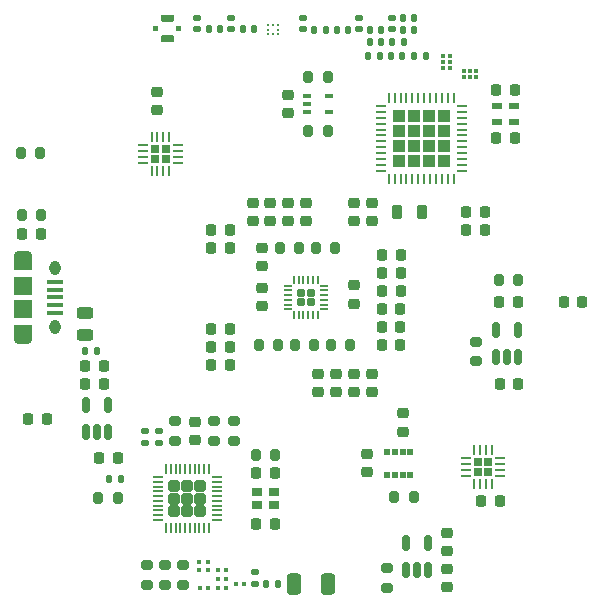
<source format=gbp>
G04 #@! TF.GenerationSoftware,KiCad,Pcbnew,8.0.0*
G04 #@! TF.CreationDate,2024-03-25T13:12:05-04:00*
G04 #@! TF.ProjectId,_Sub_HW_Qcopter,5f537562-5f48-4575-9f51-636f70746572,rev?*
G04 #@! TF.SameCoordinates,PX9157080PYf23bb80*
G04 #@! TF.FileFunction,Paste,Bot*
G04 #@! TF.FilePolarity,Positive*
%FSLAX46Y46*%
G04 Gerber Fmt 4.6, Leading zero omitted, Abs format (unit mm)*
G04 Created by KiCad (PCBNEW 8.0.0) date 2024-03-25 13:12:05*
%MOMM*%
%LPD*%
G01*
G04 APERTURE LIST*
G04 Aperture macros list*
%AMRoundRect*
0 Rectangle with rounded corners*
0 $1 Rounding radius*
0 $2 $3 $4 $5 $6 $7 $8 $9 X,Y pos of 4 corners*
0 Add a 4 corners polygon primitive as box body*
4,1,4,$2,$3,$4,$5,$6,$7,$8,$9,$2,$3,0*
0 Add four circle primitives for the rounded corners*
1,1,$1+$1,$2,$3*
1,1,$1+$1,$4,$5*
1,1,$1+$1,$6,$7*
1,1,$1+$1,$8,$9*
0 Add four rect primitives between the rounded corners*
20,1,$1+$1,$2,$3,$4,$5,0*
20,1,$1+$1,$4,$5,$6,$7,0*
20,1,$1+$1,$6,$7,$8,$9,0*
20,1,$1+$1,$8,$9,$2,$3,0*%
%AMFreePoly0*
4,1,25,0.341240,0.472168,0.360544,0.456612,0.456612,0.360544,0.487927,0.303195,0.490577,0.278545,0.490577,-0.278545,0.472168,-0.341240,0.456612,-0.360544,0.360544,-0.456612,0.303195,-0.487927,0.278545,-0.490577,-0.278545,-0.490577,-0.341240,-0.472168,-0.360544,-0.456612,-0.456612,-0.360544,-0.487927,-0.303195,-0.490577,-0.278545,-0.490577,0.278545,-0.472168,0.341240,-0.456612,0.360544,
-0.360544,0.456612,-0.303195,0.487927,-0.278545,0.490577,0.278545,0.490577,0.341240,0.472168,0.341240,0.472168,$1*%
%AMFreePoly1*
4,1,14,0.363284,0.088284,0.375000,0.060000,0.375000,0.036569,0.363284,0.008285,0.266715,-0.088284,0.238431,-0.100000,-0.335000,-0.100000,-0.363284,-0.088284,-0.375000,-0.060000,-0.375000,0.060000,-0.363284,0.088284,-0.335000,0.100000,0.335000,0.100000,0.363284,0.088284,0.363284,0.088284,$1*%
%AMFreePoly2*
4,1,14,0.266715,0.088284,0.363284,-0.008285,0.375000,-0.036569,0.375000,-0.060000,0.363284,-0.088284,0.335000,-0.100000,-0.335000,-0.100000,-0.363284,-0.088284,-0.375000,-0.060000,-0.375000,0.060000,-0.363284,0.088284,-0.335000,0.100000,0.238431,0.100000,0.266715,0.088284,0.266715,0.088284,$1*%
%AMFreePoly3*
4,1,14,0.088284,0.363284,0.100000,0.335000,0.100000,-0.335000,0.088284,-0.363284,0.060000,-0.375000,0.036569,-0.375000,0.008285,-0.363284,-0.088284,-0.266715,-0.100000,-0.238431,-0.100000,0.335000,-0.088284,0.363284,-0.060000,0.375000,0.060000,0.375000,0.088284,0.363284,0.088284,0.363284,$1*%
%AMFreePoly4*
4,1,14,0.088284,0.363284,0.100000,0.335000,0.100000,-0.238431,0.088284,-0.266715,-0.008285,-0.363284,-0.036569,-0.375000,-0.060000,-0.375000,-0.088284,-0.363284,-0.100000,-0.335000,-0.100000,0.335000,-0.088284,0.363284,-0.060000,0.375000,0.060000,0.375000,0.088284,0.363284,0.088284,0.363284,$1*%
%AMFreePoly5*
4,1,14,0.363284,0.088284,0.375000,0.060000,0.375000,-0.060000,0.363284,-0.088284,0.335000,-0.100000,-0.335000,-0.100000,-0.363284,-0.088284,-0.375000,-0.060000,-0.375000,-0.036569,-0.363284,-0.008285,-0.266715,0.088284,-0.238431,0.100000,0.335000,0.100000,0.363284,0.088284,0.363284,0.088284,$1*%
%AMFreePoly6*
4,1,14,0.363284,0.088284,0.375000,0.060000,0.375000,-0.060000,0.363284,-0.088284,0.335000,-0.100000,-0.238431,-0.100000,-0.266715,-0.088284,-0.363284,0.008285,-0.375000,0.036569,-0.375000,0.060000,-0.363284,0.088284,-0.335000,0.100000,0.335000,0.100000,0.363284,0.088284,0.363284,0.088284,$1*%
%AMFreePoly7*
4,1,14,-0.008285,0.363284,0.088284,0.266715,0.100000,0.238431,0.100000,-0.335000,0.088284,-0.363284,0.060000,-0.375000,-0.060000,-0.375000,-0.088284,-0.363284,-0.100000,-0.335000,-0.100000,0.335000,-0.088284,0.363284,-0.060000,0.375000,-0.036569,0.375000,-0.008285,0.363284,-0.008285,0.363284,$1*%
%AMFreePoly8*
4,1,14,0.088284,0.363284,0.100000,0.335000,0.100000,-0.335000,0.088284,-0.363284,0.060000,-0.375000,-0.060000,-0.375000,-0.088284,-0.363284,-0.100000,-0.335000,-0.100000,0.238431,-0.088284,0.266715,0.008285,0.363284,0.036569,0.375000,0.060000,0.375000,0.088284,0.363284,0.088284,0.363284,$1*%
G04 Aperture macros list end*
%ADD10C,0.010000*%
%ADD11RoundRect,0.200000X0.275000X-0.200000X0.275000X0.200000X-0.275000X0.200000X-0.275000X-0.200000X0*%
%ADD12RoundRect,0.225000X0.250000X-0.225000X0.250000X0.225000X-0.250000X0.225000X-0.250000X-0.225000X0*%
%ADD13RoundRect,0.225000X0.225000X0.250000X-0.225000X0.250000X-0.225000X-0.250000X0.225000X-0.250000X0*%
%ADD14RoundRect,0.225000X-0.225000X-0.250000X0.225000X-0.250000X0.225000X0.250000X-0.225000X0.250000X0*%
%ADD15RoundRect,0.147500X0.147500X0.172500X-0.147500X0.172500X-0.147500X-0.172500X0.147500X-0.172500X0*%
%ADD16RoundRect,0.100000X-0.225000X-0.100000X0.225000X-0.100000X0.225000X0.100000X-0.225000X0.100000X0*%
%ADD17RoundRect,0.140000X0.170000X-0.140000X0.170000X0.140000X-0.170000X0.140000X-0.170000X-0.140000X0*%
%ADD18RoundRect,0.024800X0.130200X-0.165200X0.130200X0.165200X-0.130200X0.165200X-0.130200X-0.165200X0*%
%ADD19RoundRect,0.200000X0.200000X0.275000X-0.200000X0.275000X-0.200000X-0.275000X0.200000X-0.275000X0*%
%ADD20RoundRect,0.190000X-0.190000X-0.190000X0.190000X-0.190000X0.190000X0.190000X-0.190000X0.190000X0*%
%ADD21RoundRect,0.062500X-0.325000X-0.062500X0.325000X-0.062500X0.325000X0.062500X-0.325000X0.062500X0*%
%ADD22RoundRect,0.062500X-0.062500X-0.325000X0.062500X-0.325000X0.062500X0.325000X-0.062500X0.325000X0*%
%ADD23RoundRect,0.190000X0.190000X0.190000X-0.190000X0.190000X-0.190000X-0.190000X0.190000X-0.190000X0*%
%ADD24RoundRect,0.062500X0.325000X0.062500X-0.325000X0.062500X-0.325000X-0.062500X0.325000X-0.062500X0*%
%ADD25RoundRect,0.062500X0.062500X0.325000X-0.062500X0.325000X-0.062500X-0.325000X0.062500X-0.325000X0*%
%ADD26RoundRect,0.218750X-0.218750X-0.381250X0.218750X-0.381250X0.218750X0.381250X-0.218750X0.381250X0*%
%ADD27RoundRect,0.147500X-0.147500X-0.172500X0.147500X-0.172500X0.147500X0.172500X-0.147500X0.172500X0*%
%ADD28RoundRect,0.225000X-0.250000X0.225000X-0.250000X-0.225000X0.250000X-0.225000X0.250000X0.225000X0*%
%ADD29RoundRect,0.140000X-0.140000X-0.170000X0.140000X-0.170000X0.140000X0.170000X-0.140000X0.170000X0*%
%ADD30RoundRect,0.243750X-0.456250X0.243750X-0.456250X-0.243750X0.456250X-0.243750X0.456250X0.243750X0*%
%ADD31RoundRect,0.140000X0.140000X0.170000X-0.140000X0.170000X-0.140000X-0.170000X0.140000X-0.170000X0*%
%ADD32RoundRect,0.027000X-0.198000X0.218000X-0.198000X-0.218000X0.198000X-0.218000X0.198000X0.218000X0*%
%ADD33RoundRect,0.250000X-0.292217X-0.292217X0.292217X-0.292217X0.292217X0.292217X-0.292217X0.292217X0*%
%ADD34RoundRect,0.062500X-0.375000X-0.062500X0.375000X-0.062500X0.375000X0.062500X-0.375000X0.062500X0*%
%ADD35RoundRect,0.062500X-0.062500X-0.375000X0.062500X-0.375000X0.062500X0.375000X-0.062500X0.375000X0*%
%ADD36RoundRect,0.200000X-0.200000X-0.275000X0.200000X-0.275000X0.200000X0.275000X-0.200000X0.275000X0*%
%ADD37RoundRect,0.079500X-0.079500X-0.100500X0.079500X-0.100500X0.079500X0.100500X-0.079500X0.100500X0*%
%ADD38R,0.900000X0.800000*%
%ADD39RoundRect,0.150000X0.150000X-0.512500X0.150000X0.512500X-0.150000X0.512500X-0.150000X-0.512500X0*%
%ADD40FreePoly0,90.000000*%
%ADD41RoundRect,0.050000X0.050000X-0.337500X0.050000X0.337500X-0.050000X0.337500X-0.050000X-0.337500X0*%
%ADD42RoundRect,0.050000X0.337500X-0.050000X0.337500X0.050000X-0.337500X0.050000X-0.337500X-0.050000X0*%
%ADD43RoundRect,0.147500X0.172500X-0.147500X0.172500X0.147500X-0.172500X0.147500X-0.172500X-0.147500X0*%
%ADD44RoundRect,0.250000X-0.350000X-0.650000X0.350000X-0.650000X0.350000X0.650000X-0.350000X0.650000X0*%
%ADD45RoundRect,0.147500X-0.172500X0.147500X-0.172500X-0.147500X0.172500X-0.147500X0.172500X0.147500X0*%
%ADD46RoundRect,0.160000X-0.195000X-0.160000X0.195000X-0.160000X0.195000X0.160000X-0.195000X0.160000X0*%
%ADD47FreePoly1,0.000000*%
%ADD48RoundRect,0.050000X-0.325000X-0.050000X0.325000X-0.050000X0.325000X0.050000X-0.325000X0.050000X0*%
%ADD49FreePoly2,0.000000*%
%ADD50FreePoly3,0.000000*%
%ADD51RoundRect,0.050000X-0.050000X-0.325000X0.050000X-0.325000X0.050000X0.325000X-0.050000X0.325000X0*%
%ADD52FreePoly4,0.000000*%
%ADD53FreePoly5,0.000000*%
%ADD54FreePoly6,0.000000*%
%ADD55FreePoly7,0.000000*%
%ADD56FreePoly8,0.000000*%
%ADD57RoundRect,0.079500X0.079500X0.100500X-0.079500X0.100500X-0.079500X-0.100500X0.079500X-0.100500X0*%
%ADD58RoundRect,0.079500X0.100500X-0.079500X0.100500X0.079500X-0.100500X0.079500X-0.100500X-0.079500X0*%
%ADD59RoundRect,0.200000X-0.275000X0.200000X-0.275000X-0.200000X0.275000X-0.200000X0.275000X0.200000X0*%
%ADD60O,1.550000X0.890000*%
%ADD61O,0.950000X1.250000*%
%ADD62R,1.350000X0.400000*%
%ADD63R,1.550000X1.200000*%
%ADD64R,1.550000X1.500000*%
%ADD65RoundRect,0.079500X-0.100500X0.079500X-0.100500X-0.079500X0.100500X-0.079500X0.100500X0.079500X0*%
%ADD66RoundRect,0.135000X0.135000X0.185000X-0.135000X0.185000X-0.135000X-0.185000X0.135000X-0.185000X0*%
%ADD67RoundRect,0.024800X0.165200X0.130200X-0.165200X0.130200X-0.165200X-0.130200X0.165200X-0.130200X0*%
%ADD68R,0.863600X0.609600*%
%ADD69R,0.254000X0.254000*%
G04 APERTURE END LIST*
D10*
X12792000Y48171200D02*
X12462000Y48171200D01*
X12462000Y48501200D01*
X12792000Y48501200D01*
X12792000Y48171200D01*
G36*
X12792000Y48171200D02*
G01*
X12462000Y48171200D01*
X12462000Y48501200D01*
X12792000Y48501200D01*
X12792000Y48171200D01*
G37*
X14762000Y48171200D02*
X14432000Y48171200D01*
X14432000Y48501200D01*
X14762000Y48501200D01*
X14762000Y48171200D01*
G36*
X14762000Y48171200D02*
G01*
X14432000Y48171200D01*
X14432000Y48501200D01*
X14762000Y48501200D01*
X14762000Y48171200D01*
G37*
X14112000Y49016200D02*
X14022000Y48926200D01*
X13202000Y48926200D01*
X13112000Y49016200D01*
X13112000Y49436200D01*
X14112000Y49436200D01*
X14112000Y49016200D01*
G36*
X14112000Y49016200D02*
G01*
X14022000Y48926200D01*
X13202000Y48926200D01*
X13112000Y49016200D01*
X13112000Y49436200D01*
X14112000Y49436200D01*
X14112000Y49016200D01*
G37*
X14112000Y47656200D02*
X14112000Y47236200D01*
X13112000Y47236200D01*
X13112000Y47656200D01*
X13202000Y47746200D01*
X14022000Y47746200D01*
X14112000Y47656200D01*
G36*
X14112000Y47656200D02*
G01*
X14112000Y47236200D01*
X13112000Y47236200D01*
X13112000Y47656200D01*
X13202000Y47746200D01*
X14022000Y47746200D01*
X14112000Y47656200D01*
G37*
D11*
X14351000Y13399000D03*
X14351000Y15049000D03*
X17653000Y13399000D03*
X17653000Y15049000D03*
D12*
X30988000Y31991000D03*
X30988000Y33541000D03*
D13*
X18949000Y31242000D03*
X17399000Y31242000D03*
D14*
X47256400Y25146000D03*
X48806400Y25146000D03*
D12*
X23876000Y41135000D03*
X23876000Y42685000D03*
D15*
X31775200Y47193200D03*
X30805200Y47193200D03*
D16*
X25466000Y41260000D03*
X25466001Y41910000D03*
X25466000Y42560000D03*
X27366000Y42560000D03*
X27366000Y41260000D03*
D15*
X9733000Y10160000D03*
X8763000Y10160000D03*
X18138000Y48227468D03*
X17168000Y48227468D03*
D17*
X29893200Y48237200D03*
X29893200Y49197200D03*
D18*
X39793800Y44170599D03*
X39293800Y44170600D03*
X38793800Y44170599D03*
X38793800Y44700600D03*
X39293800Y44700599D03*
X39793800Y44700600D03*
D19*
X29146000Y21463000D03*
X27496000Y21463000D03*
D17*
X16219116Y48255468D03*
X16219116Y49215468D03*
D14*
X31864000Y26035000D03*
X33414000Y26035000D03*
D13*
X43345001Y25146000D03*
X41795001Y25146000D03*
X9461800Y11938000D03*
X7911800Y11938000D03*
D19*
X24828000Y29718000D03*
X23178000Y29718000D03*
D20*
X39946000Y11616000D03*
X39946000Y10736000D03*
X40826000Y11616000D03*
X40826000Y10736000D03*
D21*
X38923500Y10426000D03*
X38923500Y10926000D03*
X38923500Y11426000D03*
X38923500Y11926000D03*
D22*
X39636000Y12638500D03*
X40136000Y12638500D03*
X40636000Y12638500D03*
X41136000Y12638500D03*
D21*
X41848500Y11926000D03*
X41848500Y11426000D03*
X41848500Y10926000D03*
X41848500Y10426000D03*
D22*
X41136000Y9713500D03*
X40636000Y9713500D03*
X40136000Y9713500D03*
X39636000Y9713500D03*
D11*
X13462000Y1207000D03*
X13462000Y2857000D03*
D23*
X13525000Y37213500D03*
X13525000Y38093500D03*
X12645000Y37213500D03*
X12645000Y38093500D03*
D24*
X14547500Y38403500D03*
X14547500Y37903500D03*
X14547500Y37403500D03*
X14547500Y36903500D03*
D25*
X13835000Y36191000D03*
X13335000Y36191000D03*
X12835000Y36191000D03*
X12335000Y36191000D03*
D24*
X11622500Y36903500D03*
X11622500Y37403500D03*
X11622500Y37903500D03*
X11622500Y38403500D03*
D25*
X12335000Y39116000D03*
X12835000Y39116000D03*
X13335000Y39116000D03*
X13835000Y39116000D03*
D26*
X33100500Y32766000D03*
X35225500Y32766000D03*
D27*
X32591000Y45974000D03*
X33561000Y45974000D03*
D19*
X34551000Y8590000D03*
X32901000Y8590000D03*
D13*
X2934000Y30861000D03*
X1384000Y30861000D03*
D28*
X21717000Y26327400D03*
X21717000Y24777400D03*
D17*
X19100800Y48211800D03*
X19100800Y49171800D03*
D29*
X34572000Y45974000D03*
X35532000Y45974000D03*
D13*
X18949000Y29718000D03*
X17399000Y29718000D03*
D12*
X25400000Y31991000D03*
X25400000Y33541000D03*
D14*
X31851000Y22987000D03*
X33401000Y22987000D03*
D28*
X29464000Y26556000D03*
X29464000Y25006000D03*
D27*
X6731000Y20955000D03*
X7701000Y20955000D03*
D19*
X27241000Y44196000D03*
X25591000Y44196000D03*
D14*
X40246000Y8255000D03*
X41796000Y8255000D03*
D17*
X25194200Y48237200D03*
X25194200Y49197200D03*
D28*
X26416000Y19063000D03*
X26416000Y17513000D03*
D14*
X31851000Y24511000D03*
X33401000Y24511000D03*
D12*
X20888000Y32004000D03*
X20888000Y33554000D03*
D30*
X6731000Y24178501D03*
X6731000Y22303499D03*
D31*
X31770200Y48209200D03*
X30810200Y48209200D03*
X34566800Y49174400D03*
X33606800Y49174400D03*
X28976200Y48209200D03*
X28016200Y48209200D03*
D32*
X32298999Y10460000D03*
X32949000Y10460000D03*
X33599000Y10460000D03*
X34249001Y10460000D03*
X34249001Y12400000D03*
X33599000Y12400000D03*
X32949000Y12400000D03*
X32298999Y12400000D03*
D33*
X33259000Y40901500D03*
X33259000Y39626500D03*
X33259000Y38351500D03*
X33259000Y37076500D03*
X34534000Y40901500D03*
X34534000Y39626500D03*
X34534000Y38351500D03*
X34534000Y37076500D03*
X35809000Y40901500D03*
X35809000Y39626500D03*
X35809000Y38351500D03*
X35809000Y37076500D03*
X37084000Y40901500D03*
X37084000Y39626500D03*
X37084000Y38351500D03*
X37084000Y37076500D03*
D34*
X31734000Y36239000D03*
X31734000Y36739000D03*
X31734000Y37239001D03*
X31734000Y37739000D03*
X31734000Y38238999D03*
X31734000Y38739000D03*
X31734000Y39239000D03*
X31734000Y39739001D03*
X31734000Y40239000D03*
X31734000Y40738999D03*
X31734000Y41239000D03*
X31734000Y41739000D03*
D35*
X32421500Y42426500D03*
X32921500Y42426500D03*
X33421501Y42426500D03*
X33921500Y42426500D03*
X34421499Y42426500D03*
X34921500Y42426500D03*
X35421500Y42426500D03*
X35921501Y42426500D03*
X36421500Y42426500D03*
X36921499Y42426500D03*
X37421500Y42426500D03*
X37921500Y42426500D03*
D34*
X38609000Y41739000D03*
X38609000Y41239000D03*
X38609000Y40738999D03*
X38609000Y40239000D03*
X38609000Y39739001D03*
X38609000Y39239000D03*
X38609000Y38739000D03*
X38609000Y38238999D03*
X38609000Y37739000D03*
X38609000Y37239001D03*
X38609000Y36739000D03*
X38609000Y36239000D03*
D35*
X37921500Y35551500D03*
X37421500Y35551500D03*
X36921499Y35551500D03*
X36421500Y35551500D03*
X35921501Y35551500D03*
X35421500Y35551500D03*
X34921500Y35551500D03*
X34421499Y35551500D03*
X33921500Y35551500D03*
X33421501Y35551500D03*
X32921500Y35551500D03*
X32421500Y35551500D03*
D36*
X1334000Y32512000D03*
X2984000Y32512000D03*
D14*
X41516000Y38989000D03*
X43066000Y38989000D03*
D13*
X18949000Y22860000D03*
X17399000Y22860000D03*
D37*
X16419000Y889000D03*
X17109000Y889000D03*
D15*
X27076200Y48209200D03*
X26106200Y48209200D03*
D12*
X12827000Y41389000D03*
X12827000Y42939000D03*
D13*
X18949000Y21336000D03*
X17399000Y21336000D03*
D11*
X14986000Y1207000D03*
X14986000Y2857000D03*
D14*
X31851000Y21463000D03*
X33401000Y21463000D03*
D38*
X22671000Y7959000D03*
X21271000Y7959000D03*
X21271000Y9059000D03*
X22671000Y9059000D03*
D11*
X39817000Y20135500D03*
X39817000Y21785500D03*
D14*
X31864000Y29083000D03*
X33414000Y29083000D03*
D37*
X17943000Y2413000D03*
X18633000Y2413000D03*
D39*
X35747999Y2418500D03*
X34798000Y2418500D03*
X33848001Y2418500D03*
X33848001Y4693500D03*
X35747999Y4693500D03*
D40*
X14274000Y7402000D03*
X15374000Y7402000D03*
X16474000Y7402000D03*
X14274000Y8502000D03*
X15374000Y8502000D03*
X16474000Y8502000D03*
X14274000Y9602000D03*
X15374000Y9602000D03*
X16474000Y9602000D03*
D41*
X17174000Y6014500D03*
X16774000Y6014500D03*
X16374000Y6014500D03*
X15974000Y6014500D03*
X15574000Y6014500D03*
X15174000Y6014500D03*
X14774000Y6014500D03*
X14374000Y6014500D03*
X13974000Y6014500D03*
X13574000Y6014500D03*
D42*
X12886500Y6702001D03*
X12886500Y7102000D03*
X12886500Y7502000D03*
X12886500Y7902000D03*
X12886501Y8302000D03*
X12886500Y8702000D03*
X12886500Y9102000D03*
X12886500Y9502001D03*
X12886500Y9902000D03*
X12886500Y10302000D03*
D41*
X13574000Y10989500D03*
X13974000Y10989500D03*
X14373999Y10989500D03*
X14774000Y10989500D03*
X15174000Y10989500D03*
X15574000Y10989499D03*
X15974000Y10989500D03*
X16374000Y10989500D03*
X16774000Y10989500D03*
X17173999Y10989500D03*
D42*
X17861500Y10302000D03*
X17861500Y9902000D03*
X17861500Y9502000D03*
X17861500Y9102000D03*
X17861500Y8702000D03*
X17861500Y8302000D03*
X17861500Y7902000D03*
X17861500Y7502000D03*
X17861500Y7102000D03*
X17861500Y6702000D03*
D14*
X39001400Y32740600D03*
X40551400Y32740600D03*
D43*
X12954000Y13231000D03*
X12954000Y14201000D03*
D44*
X24407200Y1275077D03*
X27307200Y1275077D03*
D19*
X26098000Y21463000D03*
X24448000Y21463000D03*
D13*
X18936000Y19812000D03*
X17386000Y19812000D03*
D31*
X21000768Y48211800D03*
X20040768Y48211800D03*
D39*
X8671371Y14102500D03*
X7721372Y14102500D03*
X6771373Y14102500D03*
X6771373Y16377500D03*
X8671371Y16377500D03*
D12*
X22352000Y32004000D03*
X22352000Y33554000D03*
D13*
X3442000Y15240000D03*
X1892000Y15240000D03*
D31*
X31651000Y45974000D03*
X30691000Y45974000D03*
D14*
X21196000Y10668000D03*
X22746000Y10668000D03*
D36*
X21400000Y21463000D03*
X23050000Y21463000D03*
D14*
X31864000Y27559000D03*
X33414000Y27559000D03*
D36*
X7811000Y8509000D03*
X9461000Y8509000D03*
D28*
X29464000Y19076000D03*
X29464000Y17526000D03*
D45*
X11811000Y14201000D03*
X11811000Y13231000D03*
D46*
X24960000Y25927000D03*
X24960000Y25127000D03*
X25840000Y25927000D03*
X25840000Y25127000D03*
D47*
X23900000Y24527000D03*
D48*
X23900000Y24927000D03*
X23900000Y25327000D03*
X23900000Y25727000D03*
X23900000Y26127000D03*
D49*
X23900000Y26527000D03*
D50*
X24400000Y27027000D03*
D51*
X24800000Y27027000D03*
X25200000Y27027000D03*
X25600000Y27027000D03*
X26000000Y27027000D03*
D52*
X26400000Y27027000D03*
D53*
X26900000Y26527000D03*
D48*
X26900000Y26127000D03*
X26900000Y25727000D03*
X26900000Y25327000D03*
X26900000Y24927000D03*
D54*
X26900000Y24527000D03*
D55*
X26400000Y24027000D03*
D51*
X26000000Y24027000D03*
X25600000Y24027000D03*
X25200000Y24027000D03*
X24800000Y24027000D03*
D56*
X24400000Y24027000D03*
D57*
X18633000Y889000D03*
X17943000Y889000D03*
D19*
X27241000Y39624000D03*
X25591000Y39624000D03*
D12*
X16002000Y13449000D03*
X16002000Y14999000D03*
D19*
X43395001Y27000200D03*
X41745001Y27000200D03*
D58*
X16383000Y2449000D03*
X16383000Y3139000D03*
D28*
X30988000Y19076000D03*
X30988000Y17526000D03*
D12*
X29464000Y31991000D03*
X29464000Y33541000D03*
D28*
X30551000Y12286000D03*
X30551000Y10736000D03*
D11*
X19304000Y13399000D03*
X19304000Y15049000D03*
D59*
X32258000Y2603000D03*
X32258000Y953000D03*
D60*
X1494000Y22027000D03*
D61*
X4194000Y23027001D03*
X4194000Y28026999D03*
D60*
X1494000Y29027000D03*
D62*
X4194000Y24227000D03*
X4194000Y24877000D03*
X4193999Y25527000D03*
X4194000Y26177000D03*
X4194000Y26827000D03*
D63*
X1494000Y22627000D03*
D64*
X1494000Y24527000D03*
X1494000Y26527000D03*
D63*
X1494000Y28427000D03*
D19*
X2933200Y37719000D03*
X1283200Y37719000D03*
D11*
X11938000Y1207000D03*
X11938000Y2857000D03*
D15*
X23014800Y1270000D03*
X22044800Y1270000D03*
D12*
X23876000Y31991000D03*
X23876000Y33541000D03*
D13*
X43066000Y43129200D03*
X41516000Y43129200D03*
D37*
X17943000Y1651000D03*
X18633000Y1651000D03*
D19*
X22796000Y12192000D03*
X21146000Y12192000D03*
D65*
X17145000Y3139000D03*
X17145000Y2449000D03*
D66*
X33733200Y47193200D03*
X32713200Y47193200D03*
D15*
X34571800Y48209200D03*
X33601800Y48209200D03*
D19*
X27876000Y29718000D03*
X26226000Y29718000D03*
D67*
X37566601Y45991400D03*
X37566600Y45491400D03*
X37566601Y44991400D03*
X37036600Y44991400D03*
X37036601Y45491400D03*
X37036600Y45991400D03*
D28*
X27940000Y19063000D03*
X27940000Y17513000D03*
D37*
X19467000Y1270000D03*
X20157000Y1270000D03*
D12*
X33599000Y14165000D03*
X33599000Y15715000D03*
D68*
X43014901Y41721400D03*
X43014901Y40371400D03*
X41567099Y40371400D03*
X41567099Y41721400D03*
D12*
X21717000Y28181000D03*
X21717000Y29731000D03*
D17*
X32664200Y48237200D03*
X32664200Y49197200D03*
D69*
X23025100Y48609199D03*
X23025100Y48209200D03*
X23025100Y47809201D03*
X22631400Y47815500D03*
X22237700Y47809201D03*
X22237700Y48209200D03*
X22237700Y48609199D03*
X22631400Y48602900D03*
D43*
X21056600Y1267600D03*
X21056600Y2237600D03*
D28*
X37338000Y2527600D03*
X37338000Y977600D03*
D14*
X21196000Y6350000D03*
X22746000Y6350000D03*
D13*
X43386000Y18237200D03*
X41836000Y18237200D03*
D28*
X37338000Y5575600D03*
X37338000Y4025600D03*
D39*
X43367999Y20452500D03*
X42418000Y20452500D03*
X41468001Y20452500D03*
X41468001Y22727500D03*
X43367999Y22727500D03*
D14*
X39001400Y31216600D03*
X40551400Y31216600D03*
X6731000Y18161000D03*
X8281000Y18161000D03*
X6731000Y19685000D03*
X8281000Y19685000D03*
M02*

</source>
